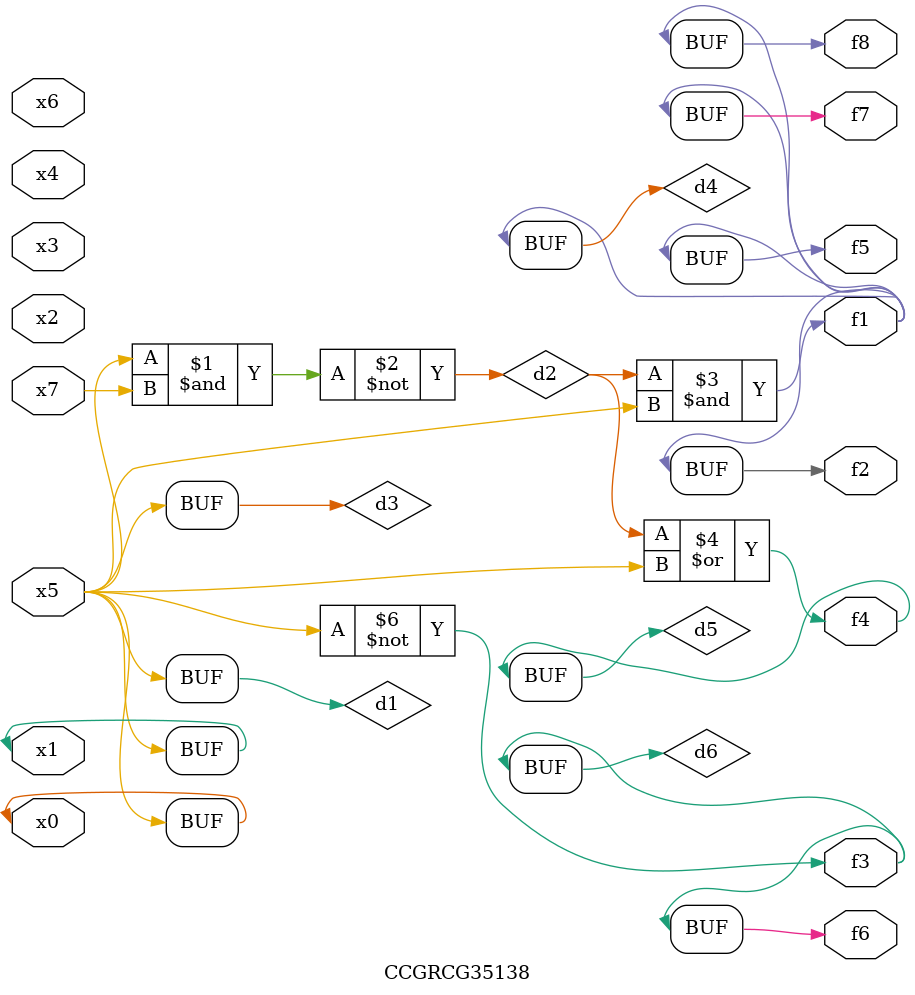
<source format=v>
module CCGRCG35138(
	input x0, x1, x2, x3, x4, x5, x6, x7,
	output f1, f2, f3, f4, f5, f6, f7, f8
);

	wire d1, d2, d3, d4, d5, d6;

	buf (d1, x0, x5);
	nand (d2, x5, x7);
	buf (d3, x0, x1);
	and (d4, d2, d3);
	or (d5, d2, d3);
	nor (d6, d1, d3);
	assign f1 = d4;
	assign f2 = d4;
	assign f3 = d6;
	assign f4 = d5;
	assign f5 = d4;
	assign f6 = d6;
	assign f7 = d4;
	assign f8 = d4;
endmodule

</source>
